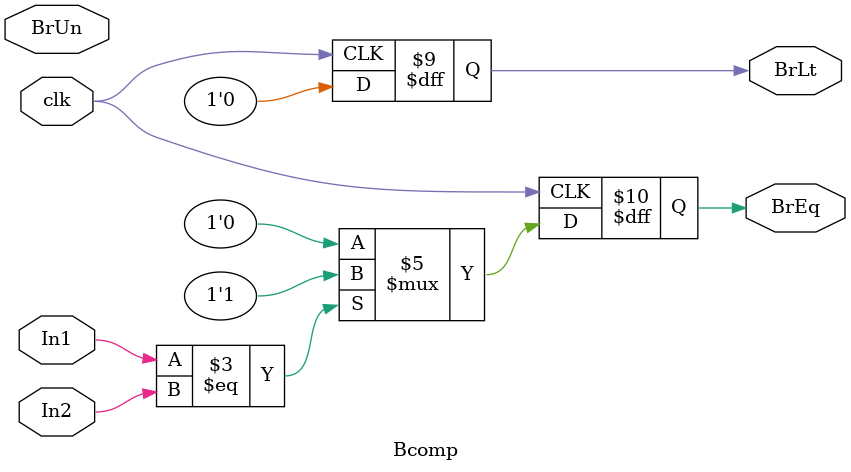
<source format=v>
module Bcomp(
input clk,
input In1,
input In2,
input BrUn,
output reg BrLt,
output reg BrEq
   );
   
always @ (posedge clk)begin
    if (In1 < In2) begin 
    BrLt <= 1;
    BrEq <= 0;
    end
    if (In1 == In2) begin 
    BrLt <= 0;
    BrEq <= 1;
    end
    else begin 
    BrLt <= 0;
    BrEq <= 0;
    end
end
endmodule

</source>
